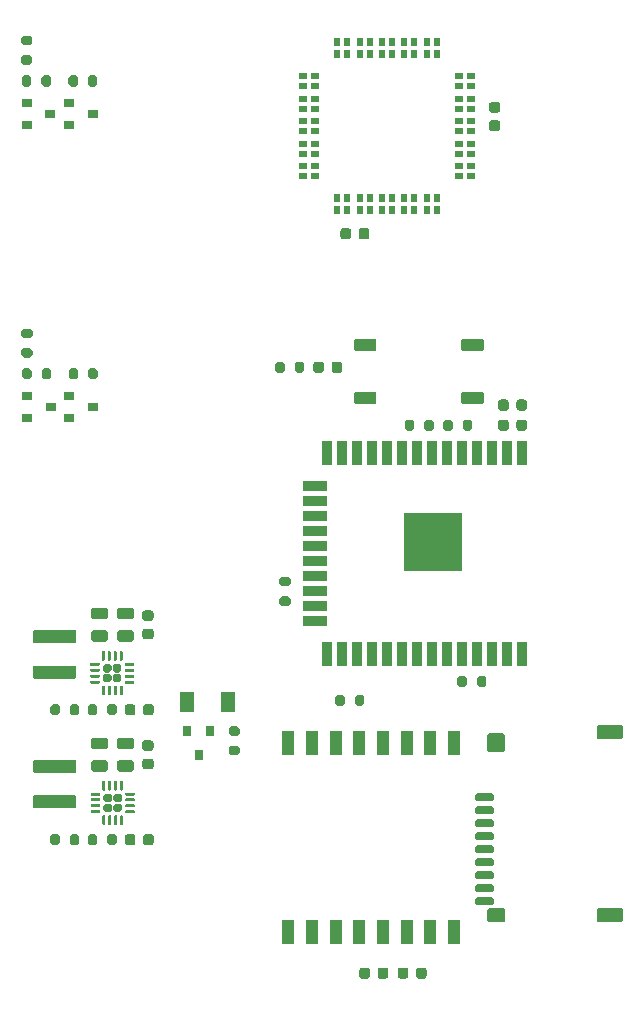
<source format=gbr>
%TF.GenerationSoftware,KiCad,Pcbnew,(5.1.10)-1*%
%TF.CreationDate,2021-05-28T10:13:55+00:00*%
%TF.ProjectId,co2_sensor_node,636f325f-7365-46e7-936f-725f6e6f6465,rev?*%
%TF.SameCoordinates,Original*%
%TF.FileFunction,Paste,Top*%
%TF.FilePolarity,Positive*%
%FSLAX46Y46*%
G04 Gerber Fmt 4.6, Leading zero omitted, Abs format (unit mm)*
G04 Created by KiCad (PCBNEW (5.1.10)-1) date 2021-05-28 10:13:55*
%MOMM*%
%LPD*%
G01*
G04 APERTURE LIST*
%ADD10R,0.900000X2.000000*%
%ADD11R,2.000000X0.900000*%
%ADD12R,5.000000X5.000000*%
%ADD13R,0.580000X0.720000*%
%ADD14R,0.720000X0.580000*%
%ADD15R,1.000000X2.000000*%
%ADD16R,0.800000X0.900000*%
%ADD17R,0.900000X0.800000*%
%ADD18R,1.300000X1.700000*%
G04 APERTURE END LIST*
%TO.C,J6*%
G36*
G01*
X172180000Y-116500000D02*
X170220000Y-116500000D01*
G75*
G02*
X170100000Y-116380000I0J120000D01*
G01*
X170100000Y-115420000D01*
G75*
G02*
X170220000Y-115300000I120000J0D01*
G01*
X172180000Y-115300000D01*
G75*
G02*
X172300000Y-115420000I0J-120000D01*
G01*
X172300000Y-116380000D01*
G75*
G02*
X172180000Y-116500000I-120000J0D01*
G01*
G37*
G36*
G01*
X172180000Y-132000000D02*
X170220000Y-132000000D01*
G75*
G02*
X170100000Y-131880000I0J120000D01*
G01*
X170100000Y-130920000D01*
G75*
G02*
X170220000Y-130800000I120000J0D01*
G01*
X172180000Y-130800000D01*
G75*
G02*
X172300000Y-130920000I0J-120000D01*
G01*
X172300000Y-131880000D01*
G75*
G02*
X172180000Y-132000000I-120000J0D01*
G01*
G37*
G36*
G01*
X162200000Y-117600000D02*
X161000000Y-117600000D01*
G75*
G02*
X160850000Y-117450000I0J150000D01*
G01*
X160850000Y-116150000D01*
G75*
G02*
X161000000Y-116000000I150000J0D01*
G01*
X162200000Y-116000000D01*
G75*
G02*
X162350000Y-116150000I0J-150000D01*
G01*
X162350000Y-117450000D01*
G75*
G02*
X162200000Y-117600000I-150000J0D01*
G01*
G37*
G36*
G01*
X162230000Y-132000000D02*
X160970000Y-132000000D01*
G75*
G02*
X160850000Y-131880000I0J120000D01*
G01*
X160850000Y-130920000D01*
G75*
G02*
X160970000Y-130800000I120000J0D01*
G01*
X162230000Y-130800000D01*
G75*
G02*
X162350000Y-130920000I0J-120000D01*
G01*
X162350000Y-131880000D01*
G75*
G02*
X162230000Y-132000000I-120000J0D01*
G01*
G37*
G36*
G01*
X161225000Y-122850000D02*
X159975000Y-122850000D01*
G75*
G02*
X159800000Y-122675000I0J175000D01*
G01*
X159800000Y-122325000D01*
G75*
G02*
X159975000Y-122150000I175000J0D01*
G01*
X161225000Y-122150000D01*
G75*
G02*
X161400000Y-122325000I0J-175000D01*
G01*
X161400000Y-122675000D01*
G75*
G02*
X161225000Y-122850000I-175000J0D01*
G01*
G37*
G36*
G01*
X161225000Y-130550000D02*
X159975000Y-130550000D01*
G75*
G02*
X159800000Y-130375000I0J175000D01*
G01*
X159800000Y-130025000D01*
G75*
G02*
X159975000Y-129850000I175000J0D01*
G01*
X161225000Y-129850000D01*
G75*
G02*
X161400000Y-130025000I0J-175000D01*
G01*
X161400000Y-130375000D01*
G75*
G02*
X161225000Y-130550000I-175000J0D01*
G01*
G37*
G36*
G01*
X161225000Y-129450000D02*
X159975000Y-129450000D01*
G75*
G02*
X159800000Y-129275000I0J175000D01*
G01*
X159800000Y-128925000D01*
G75*
G02*
X159975000Y-128750000I175000J0D01*
G01*
X161225000Y-128750000D01*
G75*
G02*
X161400000Y-128925000I0J-175000D01*
G01*
X161400000Y-129275000D01*
G75*
G02*
X161225000Y-129450000I-175000J0D01*
G01*
G37*
G36*
G01*
X161225000Y-128350000D02*
X159975000Y-128350000D01*
G75*
G02*
X159800000Y-128175000I0J175000D01*
G01*
X159800000Y-127825000D01*
G75*
G02*
X159975000Y-127650000I175000J0D01*
G01*
X161225000Y-127650000D01*
G75*
G02*
X161400000Y-127825000I0J-175000D01*
G01*
X161400000Y-128175000D01*
G75*
G02*
X161225000Y-128350000I-175000J0D01*
G01*
G37*
G36*
G01*
X161225000Y-127250000D02*
X159975000Y-127250000D01*
G75*
G02*
X159800000Y-127075000I0J175000D01*
G01*
X159800000Y-126725000D01*
G75*
G02*
X159975000Y-126550000I175000J0D01*
G01*
X161225000Y-126550000D01*
G75*
G02*
X161400000Y-126725000I0J-175000D01*
G01*
X161400000Y-127075000D01*
G75*
G02*
X161225000Y-127250000I-175000J0D01*
G01*
G37*
G36*
G01*
X161225000Y-126150000D02*
X159975000Y-126150000D01*
G75*
G02*
X159800000Y-125975000I0J175000D01*
G01*
X159800000Y-125625000D01*
G75*
G02*
X159975000Y-125450000I175000J0D01*
G01*
X161225000Y-125450000D01*
G75*
G02*
X161400000Y-125625000I0J-175000D01*
G01*
X161400000Y-125975000D01*
G75*
G02*
X161225000Y-126150000I-175000J0D01*
G01*
G37*
G36*
G01*
X161225000Y-125050000D02*
X159975000Y-125050000D01*
G75*
G02*
X159800000Y-124875000I0J175000D01*
G01*
X159800000Y-124525000D01*
G75*
G02*
X159975000Y-124350000I175000J0D01*
G01*
X161225000Y-124350000D01*
G75*
G02*
X161400000Y-124525000I0J-175000D01*
G01*
X161400000Y-124875000D01*
G75*
G02*
X161225000Y-125050000I-175000J0D01*
G01*
G37*
G36*
G01*
X161225000Y-123950000D02*
X159975000Y-123950000D01*
G75*
G02*
X159800000Y-123775000I0J175000D01*
G01*
X159800000Y-123425000D01*
G75*
G02*
X159975000Y-123250000I175000J0D01*
G01*
X161225000Y-123250000D01*
G75*
G02*
X161400000Y-123425000I0J-175000D01*
G01*
X161400000Y-123775000D01*
G75*
G02*
X161225000Y-123950000I-175000J0D01*
G01*
G37*
G36*
G01*
X161225000Y-121750000D02*
X159975000Y-121750000D01*
G75*
G02*
X159800000Y-121575000I0J175000D01*
G01*
X159800000Y-121225000D01*
G75*
G02*
X159975000Y-121050000I175000J0D01*
G01*
X161225000Y-121050000D01*
G75*
G02*
X161400000Y-121225000I0J-175000D01*
G01*
X161400000Y-121575000D01*
G75*
G02*
X161225000Y-121750000I-175000J0D01*
G01*
G37*
%TD*%
%TO.C,SW1*%
G36*
G01*
X149550000Y-88000000D02*
X149550000Y-87200000D01*
G75*
G02*
X149650000Y-87100000I100000J0D01*
G01*
X151350000Y-87100000D01*
G75*
G02*
X151450000Y-87200000I0J-100000D01*
G01*
X151450000Y-88000000D01*
G75*
G02*
X151350000Y-88100000I-100000J0D01*
G01*
X149650000Y-88100000D01*
G75*
G02*
X149550000Y-88000000I0J100000D01*
G01*
G37*
G36*
G01*
X158650000Y-88000000D02*
X158650000Y-87200000D01*
G75*
G02*
X158750000Y-87100000I100000J0D01*
G01*
X160450000Y-87100000D01*
G75*
G02*
X160550000Y-87200000I0J-100000D01*
G01*
X160550000Y-88000000D01*
G75*
G02*
X160450000Y-88100000I-100000J0D01*
G01*
X158750000Y-88100000D01*
G75*
G02*
X158650000Y-88000000I0J100000D01*
G01*
G37*
G36*
G01*
X158650000Y-83500000D02*
X158650000Y-82700000D01*
G75*
G02*
X158750000Y-82600000I100000J0D01*
G01*
X160450000Y-82600000D01*
G75*
G02*
X160550000Y-82700000I0J-100000D01*
G01*
X160550000Y-83500000D01*
G75*
G02*
X160450000Y-83600000I-100000J0D01*
G01*
X158750000Y-83600000D01*
G75*
G02*
X158650000Y-83500000I0J100000D01*
G01*
G37*
G36*
G01*
X149550000Y-83500000D02*
X149550000Y-82700000D01*
G75*
G02*
X149650000Y-82600000I100000J0D01*
G01*
X151350000Y-82600000D01*
G75*
G02*
X151450000Y-82700000I0J-100000D01*
G01*
X151450000Y-83500000D01*
G75*
G02*
X151350000Y-83600000I-100000J0D01*
G01*
X149650000Y-83600000D01*
G75*
G02*
X149550000Y-83500000I0J100000D01*
G01*
G37*
%TD*%
D10*
%TO.C,U5*%
X163755000Y-109252000D03*
X162485000Y-109252000D03*
X161215000Y-109252000D03*
X159945000Y-109252000D03*
X158675000Y-109252000D03*
X157405000Y-109252000D03*
X156135000Y-109252000D03*
X154865000Y-109252000D03*
X153595000Y-109252000D03*
X152325000Y-109252000D03*
X151055000Y-109252000D03*
X149785000Y-109252000D03*
X148515000Y-109252000D03*
X147245000Y-109252000D03*
D11*
X146245000Y-106467000D03*
X146245000Y-105197000D03*
X146245000Y-103927000D03*
X146245000Y-102657000D03*
X146245000Y-101387000D03*
X146245000Y-100117000D03*
X146245000Y-98847000D03*
X146245000Y-97577000D03*
X146245000Y-96307000D03*
X146245000Y-95037000D03*
D10*
X147245000Y-92252000D03*
X148515000Y-92252000D03*
X149785000Y-92252000D03*
X151055000Y-92252000D03*
X152325000Y-92252000D03*
X153595000Y-92252000D03*
X154865000Y-92252000D03*
X156135000Y-92252000D03*
X157405000Y-92252000D03*
X158675000Y-92252000D03*
X159945000Y-92252000D03*
X161215000Y-92252000D03*
X162485000Y-92252000D03*
X163755000Y-92252000D03*
D12*
X156255000Y-99752000D03*
%TD*%
%TO.C,U4*%
G36*
G01*
X129175000Y-122482500D02*
X129175000Y-122117500D01*
G75*
G02*
X129357500Y-121935000I182500J0D01*
G01*
X129722500Y-121935000D01*
G75*
G02*
X129905000Y-122117500I0J-182500D01*
G01*
X129905000Y-122482500D01*
G75*
G02*
X129722500Y-122665000I-182500J0D01*
G01*
X129357500Y-122665000D01*
G75*
G02*
X129175000Y-122482500I0J182500D01*
G01*
G37*
G36*
G01*
X129175000Y-121642500D02*
X129175000Y-121277500D01*
G75*
G02*
X129357500Y-121095000I182500J0D01*
G01*
X129722500Y-121095000D01*
G75*
G02*
X129905000Y-121277500I0J-182500D01*
G01*
X129905000Y-121642500D01*
G75*
G02*
X129722500Y-121825000I-182500J0D01*
G01*
X129357500Y-121825000D01*
G75*
G02*
X129175000Y-121642500I0J182500D01*
G01*
G37*
G36*
G01*
X128335000Y-122482500D02*
X128335000Y-122117500D01*
G75*
G02*
X128517500Y-121935000I182500J0D01*
G01*
X128882500Y-121935000D01*
G75*
G02*
X129065000Y-122117500I0J-182500D01*
G01*
X129065000Y-122482500D01*
G75*
G02*
X128882500Y-122665000I-182500J0D01*
G01*
X128517500Y-122665000D01*
G75*
G02*
X128335000Y-122482500I0J182500D01*
G01*
G37*
G36*
G01*
X128335000Y-121642500D02*
X128335000Y-121277500D01*
G75*
G02*
X128517500Y-121095000I182500J0D01*
G01*
X128882500Y-121095000D01*
G75*
G02*
X129065000Y-121277500I0J-182500D01*
G01*
X129065000Y-121642500D01*
G75*
G02*
X128882500Y-121825000I-182500J0D01*
G01*
X128517500Y-121825000D01*
G75*
G02*
X128335000Y-121642500I0J182500D01*
G01*
G37*
G36*
G01*
X128245000Y-120767500D02*
X128245000Y-120067500D01*
G75*
G02*
X128307500Y-120005000I62500J0D01*
G01*
X128432500Y-120005000D01*
G75*
G02*
X128495000Y-120067500I0J-62500D01*
G01*
X128495000Y-120767500D01*
G75*
G02*
X128432500Y-120830000I-62500J0D01*
G01*
X128307500Y-120830000D01*
G75*
G02*
X128245000Y-120767500I0J62500D01*
G01*
G37*
G36*
G01*
X128745000Y-120767500D02*
X128745000Y-120067500D01*
G75*
G02*
X128807500Y-120005000I62500J0D01*
G01*
X128932500Y-120005000D01*
G75*
G02*
X128995000Y-120067500I0J-62500D01*
G01*
X128995000Y-120767500D01*
G75*
G02*
X128932500Y-120830000I-62500J0D01*
G01*
X128807500Y-120830000D01*
G75*
G02*
X128745000Y-120767500I0J62500D01*
G01*
G37*
G36*
G01*
X129245000Y-120767500D02*
X129245000Y-120067500D01*
G75*
G02*
X129307500Y-120005000I62500J0D01*
G01*
X129432500Y-120005000D01*
G75*
G02*
X129495000Y-120067500I0J-62500D01*
G01*
X129495000Y-120767500D01*
G75*
G02*
X129432500Y-120830000I-62500J0D01*
G01*
X129307500Y-120830000D01*
G75*
G02*
X129245000Y-120767500I0J62500D01*
G01*
G37*
G36*
G01*
X129745000Y-120767500D02*
X129745000Y-120067500D01*
G75*
G02*
X129807500Y-120005000I62500J0D01*
G01*
X129932500Y-120005000D01*
G75*
G02*
X129995000Y-120067500I0J-62500D01*
G01*
X129995000Y-120767500D01*
G75*
G02*
X129932500Y-120830000I-62500J0D01*
G01*
X129807500Y-120830000D01*
G75*
G02*
X129745000Y-120767500I0J62500D01*
G01*
G37*
G36*
G01*
X130170000Y-121192500D02*
X130170000Y-121067500D01*
G75*
G02*
X130232500Y-121005000I62500J0D01*
G01*
X130932500Y-121005000D01*
G75*
G02*
X130995000Y-121067500I0J-62500D01*
G01*
X130995000Y-121192500D01*
G75*
G02*
X130932500Y-121255000I-62500J0D01*
G01*
X130232500Y-121255000D01*
G75*
G02*
X130170000Y-121192500I0J62500D01*
G01*
G37*
G36*
G01*
X130170000Y-121692500D02*
X130170000Y-121567500D01*
G75*
G02*
X130232500Y-121505000I62500J0D01*
G01*
X130932500Y-121505000D01*
G75*
G02*
X130995000Y-121567500I0J-62500D01*
G01*
X130995000Y-121692500D01*
G75*
G02*
X130932500Y-121755000I-62500J0D01*
G01*
X130232500Y-121755000D01*
G75*
G02*
X130170000Y-121692500I0J62500D01*
G01*
G37*
G36*
G01*
X130170000Y-122192500D02*
X130170000Y-122067500D01*
G75*
G02*
X130232500Y-122005000I62500J0D01*
G01*
X130932500Y-122005000D01*
G75*
G02*
X130995000Y-122067500I0J-62500D01*
G01*
X130995000Y-122192500D01*
G75*
G02*
X130932500Y-122255000I-62500J0D01*
G01*
X130232500Y-122255000D01*
G75*
G02*
X130170000Y-122192500I0J62500D01*
G01*
G37*
G36*
G01*
X130170000Y-122692500D02*
X130170000Y-122567500D01*
G75*
G02*
X130232500Y-122505000I62500J0D01*
G01*
X130932500Y-122505000D01*
G75*
G02*
X130995000Y-122567500I0J-62500D01*
G01*
X130995000Y-122692500D01*
G75*
G02*
X130932500Y-122755000I-62500J0D01*
G01*
X130232500Y-122755000D01*
G75*
G02*
X130170000Y-122692500I0J62500D01*
G01*
G37*
G36*
G01*
X129745000Y-123692500D02*
X129745000Y-122992500D01*
G75*
G02*
X129807500Y-122930000I62500J0D01*
G01*
X129932500Y-122930000D01*
G75*
G02*
X129995000Y-122992500I0J-62500D01*
G01*
X129995000Y-123692500D01*
G75*
G02*
X129932500Y-123755000I-62500J0D01*
G01*
X129807500Y-123755000D01*
G75*
G02*
X129745000Y-123692500I0J62500D01*
G01*
G37*
G36*
G01*
X129245000Y-123692500D02*
X129245000Y-122992500D01*
G75*
G02*
X129307500Y-122930000I62500J0D01*
G01*
X129432500Y-122930000D01*
G75*
G02*
X129495000Y-122992500I0J-62500D01*
G01*
X129495000Y-123692500D01*
G75*
G02*
X129432500Y-123755000I-62500J0D01*
G01*
X129307500Y-123755000D01*
G75*
G02*
X129245000Y-123692500I0J62500D01*
G01*
G37*
G36*
G01*
X128745000Y-123692500D02*
X128745000Y-122992500D01*
G75*
G02*
X128807500Y-122930000I62500J0D01*
G01*
X128932500Y-122930000D01*
G75*
G02*
X128995000Y-122992500I0J-62500D01*
G01*
X128995000Y-123692500D01*
G75*
G02*
X128932500Y-123755000I-62500J0D01*
G01*
X128807500Y-123755000D01*
G75*
G02*
X128745000Y-123692500I0J62500D01*
G01*
G37*
G36*
G01*
X128245000Y-123692500D02*
X128245000Y-122992500D01*
G75*
G02*
X128307500Y-122930000I62500J0D01*
G01*
X128432500Y-122930000D01*
G75*
G02*
X128495000Y-122992500I0J-62500D01*
G01*
X128495000Y-123692500D01*
G75*
G02*
X128432500Y-123755000I-62500J0D01*
G01*
X128307500Y-123755000D01*
G75*
G02*
X128245000Y-123692500I0J62500D01*
G01*
G37*
G36*
G01*
X127245000Y-122692500D02*
X127245000Y-122567500D01*
G75*
G02*
X127307500Y-122505000I62500J0D01*
G01*
X128007500Y-122505000D01*
G75*
G02*
X128070000Y-122567500I0J-62500D01*
G01*
X128070000Y-122692500D01*
G75*
G02*
X128007500Y-122755000I-62500J0D01*
G01*
X127307500Y-122755000D01*
G75*
G02*
X127245000Y-122692500I0J62500D01*
G01*
G37*
G36*
G01*
X127245000Y-122192500D02*
X127245000Y-122067500D01*
G75*
G02*
X127307500Y-122005000I62500J0D01*
G01*
X128007500Y-122005000D01*
G75*
G02*
X128070000Y-122067500I0J-62500D01*
G01*
X128070000Y-122192500D01*
G75*
G02*
X128007500Y-122255000I-62500J0D01*
G01*
X127307500Y-122255000D01*
G75*
G02*
X127245000Y-122192500I0J62500D01*
G01*
G37*
G36*
G01*
X127245000Y-121692500D02*
X127245000Y-121567500D01*
G75*
G02*
X127307500Y-121505000I62500J0D01*
G01*
X128007500Y-121505000D01*
G75*
G02*
X128070000Y-121567500I0J-62500D01*
G01*
X128070000Y-121692500D01*
G75*
G02*
X128007500Y-121755000I-62500J0D01*
G01*
X127307500Y-121755000D01*
G75*
G02*
X127245000Y-121692500I0J62500D01*
G01*
G37*
G36*
G01*
X127245000Y-121192500D02*
X127245000Y-121067500D01*
G75*
G02*
X127307500Y-121005000I62500J0D01*
G01*
X128007500Y-121005000D01*
G75*
G02*
X128070000Y-121067500I0J-62500D01*
G01*
X128070000Y-121192500D01*
G75*
G02*
X128007500Y-121255000I-62500J0D01*
G01*
X127307500Y-121255000D01*
G75*
G02*
X127245000Y-121192500I0J62500D01*
G01*
G37*
%TD*%
%TO.C,U3*%
G36*
G01*
X129135000Y-111502500D02*
X129135000Y-111137500D01*
G75*
G02*
X129317500Y-110955000I182500J0D01*
G01*
X129682500Y-110955000D01*
G75*
G02*
X129865000Y-111137500I0J-182500D01*
G01*
X129865000Y-111502500D01*
G75*
G02*
X129682500Y-111685000I-182500J0D01*
G01*
X129317500Y-111685000D01*
G75*
G02*
X129135000Y-111502500I0J182500D01*
G01*
G37*
G36*
G01*
X129135000Y-110662500D02*
X129135000Y-110297500D01*
G75*
G02*
X129317500Y-110115000I182500J0D01*
G01*
X129682500Y-110115000D01*
G75*
G02*
X129865000Y-110297500I0J-182500D01*
G01*
X129865000Y-110662500D01*
G75*
G02*
X129682500Y-110845000I-182500J0D01*
G01*
X129317500Y-110845000D01*
G75*
G02*
X129135000Y-110662500I0J182500D01*
G01*
G37*
G36*
G01*
X128295000Y-111502500D02*
X128295000Y-111137500D01*
G75*
G02*
X128477500Y-110955000I182500J0D01*
G01*
X128842500Y-110955000D01*
G75*
G02*
X129025000Y-111137500I0J-182500D01*
G01*
X129025000Y-111502500D01*
G75*
G02*
X128842500Y-111685000I-182500J0D01*
G01*
X128477500Y-111685000D01*
G75*
G02*
X128295000Y-111502500I0J182500D01*
G01*
G37*
G36*
G01*
X128295000Y-110662500D02*
X128295000Y-110297500D01*
G75*
G02*
X128477500Y-110115000I182500J0D01*
G01*
X128842500Y-110115000D01*
G75*
G02*
X129025000Y-110297500I0J-182500D01*
G01*
X129025000Y-110662500D01*
G75*
G02*
X128842500Y-110845000I-182500J0D01*
G01*
X128477500Y-110845000D01*
G75*
G02*
X128295000Y-110662500I0J182500D01*
G01*
G37*
G36*
G01*
X128205000Y-109787500D02*
X128205000Y-109087500D01*
G75*
G02*
X128267500Y-109025000I62500J0D01*
G01*
X128392500Y-109025000D01*
G75*
G02*
X128455000Y-109087500I0J-62500D01*
G01*
X128455000Y-109787500D01*
G75*
G02*
X128392500Y-109850000I-62500J0D01*
G01*
X128267500Y-109850000D01*
G75*
G02*
X128205000Y-109787500I0J62500D01*
G01*
G37*
G36*
G01*
X128705000Y-109787500D02*
X128705000Y-109087500D01*
G75*
G02*
X128767500Y-109025000I62500J0D01*
G01*
X128892500Y-109025000D01*
G75*
G02*
X128955000Y-109087500I0J-62500D01*
G01*
X128955000Y-109787500D01*
G75*
G02*
X128892500Y-109850000I-62500J0D01*
G01*
X128767500Y-109850000D01*
G75*
G02*
X128705000Y-109787500I0J62500D01*
G01*
G37*
G36*
G01*
X129205000Y-109787500D02*
X129205000Y-109087500D01*
G75*
G02*
X129267500Y-109025000I62500J0D01*
G01*
X129392500Y-109025000D01*
G75*
G02*
X129455000Y-109087500I0J-62500D01*
G01*
X129455000Y-109787500D01*
G75*
G02*
X129392500Y-109850000I-62500J0D01*
G01*
X129267500Y-109850000D01*
G75*
G02*
X129205000Y-109787500I0J62500D01*
G01*
G37*
G36*
G01*
X129705000Y-109787500D02*
X129705000Y-109087500D01*
G75*
G02*
X129767500Y-109025000I62500J0D01*
G01*
X129892500Y-109025000D01*
G75*
G02*
X129955000Y-109087500I0J-62500D01*
G01*
X129955000Y-109787500D01*
G75*
G02*
X129892500Y-109850000I-62500J0D01*
G01*
X129767500Y-109850000D01*
G75*
G02*
X129705000Y-109787500I0J62500D01*
G01*
G37*
G36*
G01*
X130130000Y-110212500D02*
X130130000Y-110087500D01*
G75*
G02*
X130192500Y-110025000I62500J0D01*
G01*
X130892500Y-110025000D01*
G75*
G02*
X130955000Y-110087500I0J-62500D01*
G01*
X130955000Y-110212500D01*
G75*
G02*
X130892500Y-110275000I-62500J0D01*
G01*
X130192500Y-110275000D01*
G75*
G02*
X130130000Y-110212500I0J62500D01*
G01*
G37*
G36*
G01*
X130130000Y-110712500D02*
X130130000Y-110587500D01*
G75*
G02*
X130192500Y-110525000I62500J0D01*
G01*
X130892500Y-110525000D01*
G75*
G02*
X130955000Y-110587500I0J-62500D01*
G01*
X130955000Y-110712500D01*
G75*
G02*
X130892500Y-110775000I-62500J0D01*
G01*
X130192500Y-110775000D01*
G75*
G02*
X130130000Y-110712500I0J62500D01*
G01*
G37*
G36*
G01*
X130130000Y-111212500D02*
X130130000Y-111087500D01*
G75*
G02*
X130192500Y-111025000I62500J0D01*
G01*
X130892500Y-111025000D01*
G75*
G02*
X130955000Y-111087500I0J-62500D01*
G01*
X130955000Y-111212500D01*
G75*
G02*
X130892500Y-111275000I-62500J0D01*
G01*
X130192500Y-111275000D01*
G75*
G02*
X130130000Y-111212500I0J62500D01*
G01*
G37*
G36*
G01*
X130130000Y-111712500D02*
X130130000Y-111587500D01*
G75*
G02*
X130192500Y-111525000I62500J0D01*
G01*
X130892500Y-111525000D01*
G75*
G02*
X130955000Y-111587500I0J-62500D01*
G01*
X130955000Y-111712500D01*
G75*
G02*
X130892500Y-111775000I-62500J0D01*
G01*
X130192500Y-111775000D01*
G75*
G02*
X130130000Y-111712500I0J62500D01*
G01*
G37*
G36*
G01*
X129705000Y-112712500D02*
X129705000Y-112012500D01*
G75*
G02*
X129767500Y-111950000I62500J0D01*
G01*
X129892500Y-111950000D01*
G75*
G02*
X129955000Y-112012500I0J-62500D01*
G01*
X129955000Y-112712500D01*
G75*
G02*
X129892500Y-112775000I-62500J0D01*
G01*
X129767500Y-112775000D01*
G75*
G02*
X129705000Y-112712500I0J62500D01*
G01*
G37*
G36*
G01*
X129205000Y-112712500D02*
X129205000Y-112012500D01*
G75*
G02*
X129267500Y-111950000I62500J0D01*
G01*
X129392500Y-111950000D01*
G75*
G02*
X129455000Y-112012500I0J-62500D01*
G01*
X129455000Y-112712500D01*
G75*
G02*
X129392500Y-112775000I-62500J0D01*
G01*
X129267500Y-112775000D01*
G75*
G02*
X129205000Y-112712500I0J62500D01*
G01*
G37*
G36*
G01*
X128705000Y-112712500D02*
X128705000Y-112012500D01*
G75*
G02*
X128767500Y-111950000I62500J0D01*
G01*
X128892500Y-111950000D01*
G75*
G02*
X128955000Y-112012500I0J-62500D01*
G01*
X128955000Y-112712500D01*
G75*
G02*
X128892500Y-112775000I-62500J0D01*
G01*
X128767500Y-112775000D01*
G75*
G02*
X128705000Y-112712500I0J62500D01*
G01*
G37*
G36*
G01*
X128205000Y-112712500D02*
X128205000Y-112012500D01*
G75*
G02*
X128267500Y-111950000I62500J0D01*
G01*
X128392500Y-111950000D01*
G75*
G02*
X128455000Y-112012500I0J-62500D01*
G01*
X128455000Y-112712500D01*
G75*
G02*
X128392500Y-112775000I-62500J0D01*
G01*
X128267500Y-112775000D01*
G75*
G02*
X128205000Y-112712500I0J62500D01*
G01*
G37*
G36*
G01*
X127205000Y-111712500D02*
X127205000Y-111587500D01*
G75*
G02*
X127267500Y-111525000I62500J0D01*
G01*
X127967500Y-111525000D01*
G75*
G02*
X128030000Y-111587500I0J-62500D01*
G01*
X128030000Y-111712500D01*
G75*
G02*
X127967500Y-111775000I-62500J0D01*
G01*
X127267500Y-111775000D01*
G75*
G02*
X127205000Y-111712500I0J62500D01*
G01*
G37*
G36*
G01*
X127205000Y-111212500D02*
X127205000Y-111087500D01*
G75*
G02*
X127267500Y-111025000I62500J0D01*
G01*
X127967500Y-111025000D01*
G75*
G02*
X128030000Y-111087500I0J-62500D01*
G01*
X128030000Y-111212500D01*
G75*
G02*
X127967500Y-111275000I-62500J0D01*
G01*
X127267500Y-111275000D01*
G75*
G02*
X127205000Y-111212500I0J62500D01*
G01*
G37*
G36*
G01*
X127205000Y-110712500D02*
X127205000Y-110587500D01*
G75*
G02*
X127267500Y-110525000I62500J0D01*
G01*
X127967500Y-110525000D01*
G75*
G02*
X128030000Y-110587500I0J-62500D01*
G01*
X128030000Y-110712500D01*
G75*
G02*
X127967500Y-110775000I-62500J0D01*
G01*
X127267500Y-110775000D01*
G75*
G02*
X127205000Y-110712500I0J62500D01*
G01*
G37*
G36*
G01*
X127205000Y-110212500D02*
X127205000Y-110087500D01*
G75*
G02*
X127267500Y-110025000I62500J0D01*
G01*
X127967500Y-110025000D01*
G75*
G02*
X128030000Y-110087500I0J-62500D01*
G01*
X128030000Y-110212500D01*
G75*
G02*
X127967500Y-110275000I-62500J0D01*
G01*
X127267500Y-110275000D01*
G75*
G02*
X127205000Y-110212500I0J62500D01*
G01*
G37*
%TD*%
D13*
%TO.C,U2*%
X156569000Y-58498000D03*
X155719000Y-58498000D03*
X156569000Y-57498000D03*
X155719000Y-57498000D03*
X154669000Y-58498000D03*
X153819000Y-58498000D03*
X154669000Y-57498000D03*
X153819000Y-57498000D03*
X152769000Y-58498000D03*
X151919000Y-58498000D03*
X152769000Y-57498000D03*
X151919000Y-57498000D03*
X150019000Y-58498000D03*
X150869000Y-58498000D03*
X150019000Y-57498000D03*
X150869000Y-57498000D03*
X148969000Y-58498000D03*
X148119000Y-58498000D03*
X148969000Y-57498000D03*
X148119000Y-57498000D03*
X156569000Y-70698000D03*
X153819000Y-70698000D03*
X156569000Y-71698000D03*
X153819000Y-71698000D03*
X154669000Y-70698000D03*
X155719000Y-70698000D03*
X154669000Y-71698000D03*
X155719000Y-71698000D03*
X152769000Y-70698000D03*
X151919000Y-70698000D03*
X152769000Y-71698000D03*
X151919000Y-71698000D03*
X150869000Y-70698000D03*
X150019000Y-70698000D03*
X150869000Y-71698000D03*
X150019000Y-71698000D03*
X148969000Y-70698000D03*
X148119000Y-70698000D03*
X148969000Y-71698000D03*
X148119000Y-71698000D03*
D14*
X159444000Y-68823000D03*
X159444000Y-67973000D03*
X158444000Y-68823000D03*
X158444000Y-67973000D03*
X159444000Y-66923000D03*
X158444000Y-66923000D03*
X159444000Y-66073000D03*
X158444000Y-66073000D03*
X159444000Y-65023000D03*
X158444000Y-65023000D03*
X159444000Y-64173000D03*
X158444000Y-64173000D03*
X159444000Y-63123000D03*
X158444000Y-63123000D03*
X159444000Y-62273000D03*
X158444000Y-62273000D03*
X159444000Y-61223000D03*
X158444000Y-61223000D03*
X159444000Y-60373000D03*
X158444000Y-60373000D03*
X146244000Y-68823000D03*
X145244000Y-68823000D03*
X146244000Y-67973000D03*
X145244000Y-67973000D03*
X146244000Y-66923000D03*
X145244000Y-66923000D03*
X146244000Y-66073000D03*
X145244000Y-66073000D03*
X146244000Y-65023000D03*
X145244000Y-65023000D03*
X146244000Y-64173000D03*
X145244000Y-64173000D03*
X146244000Y-63123000D03*
X145244000Y-63123000D03*
X146244000Y-62273000D03*
X145244000Y-62273000D03*
X146244000Y-61223000D03*
X145244000Y-61223000D03*
X146244000Y-60373000D03*
X145244000Y-60373000D03*
%TD*%
D15*
%TO.C,U1*%
X158000000Y-116800000D03*
X156000000Y-116800000D03*
X154000000Y-116800000D03*
X152000000Y-116800000D03*
X150000000Y-116800000D03*
X148000000Y-116800000D03*
X146000000Y-116800000D03*
X144000000Y-116800000D03*
X144000000Y-132800000D03*
X146000000Y-132800000D03*
X148000000Y-132800000D03*
X150000000Y-132800000D03*
X152000000Y-132800000D03*
X154000000Y-132800000D03*
X156000000Y-132800000D03*
X158000000Y-132800000D03*
%TD*%
%TO.C,R19*%
G36*
G01*
X149625000Y-113475000D02*
X149625000Y-112925000D01*
G75*
G02*
X149825000Y-112725000I200000J0D01*
G01*
X150225000Y-112725000D01*
G75*
G02*
X150425000Y-112925000I0J-200000D01*
G01*
X150425000Y-113475000D01*
G75*
G02*
X150225000Y-113675000I-200000J0D01*
G01*
X149825000Y-113675000D01*
G75*
G02*
X149625000Y-113475000I0J200000D01*
G01*
G37*
G36*
G01*
X147975000Y-113475000D02*
X147975000Y-112925000D01*
G75*
G02*
X148175000Y-112725000I200000J0D01*
G01*
X148575000Y-112725000D01*
G75*
G02*
X148775000Y-112925000I0J-200000D01*
G01*
X148775000Y-113475000D01*
G75*
G02*
X148575000Y-113675000I-200000J0D01*
G01*
X148175000Y-113675000D01*
G75*
G02*
X147975000Y-113475000I0J200000D01*
G01*
G37*
%TD*%
%TO.C,R18*%
G36*
G01*
X157900000Y-89625000D02*
X157900000Y-90175000D01*
G75*
G02*
X157700000Y-90375000I-200000J0D01*
G01*
X157300000Y-90375000D01*
G75*
G02*
X157100000Y-90175000I0J200000D01*
G01*
X157100000Y-89625000D01*
G75*
G02*
X157300000Y-89425000I200000J0D01*
G01*
X157700000Y-89425000D01*
G75*
G02*
X157900000Y-89625000I0J-200000D01*
G01*
G37*
G36*
G01*
X159550000Y-89625000D02*
X159550000Y-90175000D01*
G75*
G02*
X159350000Y-90375000I-200000J0D01*
G01*
X158950000Y-90375000D01*
G75*
G02*
X158750000Y-90175000I0J200000D01*
G01*
X158750000Y-89625000D01*
G75*
G02*
X158950000Y-89425000I200000J0D01*
G01*
X159350000Y-89425000D01*
G75*
G02*
X159550000Y-89625000I0J-200000D01*
G01*
G37*
%TD*%
%TO.C,R17*%
G36*
G01*
X159950000Y-111875000D02*
X159950000Y-111325000D01*
G75*
G02*
X160150000Y-111125000I200000J0D01*
G01*
X160550000Y-111125000D01*
G75*
G02*
X160750000Y-111325000I0J-200000D01*
G01*
X160750000Y-111875000D01*
G75*
G02*
X160550000Y-112075000I-200000J0D01*
G01*
X160150000Y-112075000D01*
G75*
G02*
X159950000Y-111875000I0J200000D01*
G01*
G37*
G36*
G01*
X158300000Y-111875000D02*
X158300000Y-111325000D01*
G75*
G02*
X158500000Y-111125000I200000J0D01*
G01*
X158900000Y-111125000D01*
G75*
G02*
X159100000Y-111325000I0J-200000D01*
G01*
X159100000Y-111875000D01*
G75*
G02*
X158900000Y-112075000I-200000J0D01*
G01*
X158500000Y-112075000D01*
G75*
G02*
X158300000Y-111875000I0J200000D01*
G01*
G37*
%TD*%
%TO.C,R16*%
G36*
G01*
X155500000Y-90175000D02*
X155500000Y-89625000D01*
G75*
G02*
X155700000Y-89425000I200000J0D01*
G01*
X156100000Y-89425000D01*
G75*
G02*
X156300000Y-89625000I0J-200000D01*
G01*
X156300000Y-90175000D01*
G75*
G02*
X156100000Y-90375000I-200000J0D01*
G01*
X155700000Y-90375000D01*
G75*
G02*
X155500000Y-90175000I0J200000D01*
G01*
G37*
G36*
G01*
X153850000Y-90175000D02*
X153850000Y-89625000D01*
G75*
G02*
X154050000Y-89425000I200000J0D01*
G01*
X154450000Y-89425000D01*
G75*
G02*
X154650000Y-89625000I0J-200000D01*
G01*
X154650000Y-90175000D01*
G75*
G02*
X154450000Y-90375000I-200000J0D01*
G01*
X154050000Y-90375000D01*
G75*
G02*
X153850000Y-90175000I0J200000D01*
G01*
G37*
%TD*%
%TO.C,R15*%
G36*
G01*
X144525000Y-85275000D02*
X144525000Y-84725000D01*
G75*
G02*
X144725000Y-84525000I200000J0D01*
G01*
X145125000Y-84525000D01*
G75*
G02*
X145325000Y-84725000I0J-200000D01*
G01*
X145325000Y-85275000D01*
G75*
G02*
X145125000Y-85475000I-200000J0D01*
G01*
X144725000Y-85475000D01*
G75*
G02*
X144525000Y-85275000I0J200000D01*
G01*
G37*
G36*
G01*
X142875000Y-85275000D02*
X142875000Y-84725000D01*
G75*
G02*
X143075000Y-84525000I200000J0D01*
G01*
X143475000Y-84525000D01*
G75*
G02*
X143675000Y-84725000I0J-200000D01*
G01*
X143675000Y-85275000D01*
G75*
G02*
X143475000Y-85475000I-200000J0D01*
G01*
X143075000Y-85475000D01*
G75*
G02*
X142875000Y-85275000I0J200000D01*
G01*
G37*
%TD*%
%TO.C,R14*%
G36*
G01*
X143425000Y-104400000D02*
X143975000Y-104400000D01*
G75*
G02*
X144175000Y-104600000I0J-200000D01*
G01*
X144175000Y-105000000D01*
G75*
G02*
X143975000Y-105200000I-200000J0D01*
G01*
X143425000Y-105200000D01*
G75*
G02*
X143225000Y-105000000I0J200000D01*
G01*
X143225000Y-104600000D01*
G75*
G02*
X143425000Y-104400000I200000J0D01*
G01*
G37*
G36*
G01*
X143425000Y-102750000D02*
X143975000Y-102750000D01*
G75*
G02*
X144175000Y-102950000I0J-200000D01*
G01*
X144175000Y-103350000D01*
G75*
G02*
X143975000Y-103550000I-200000J0D01*
G01*
X143425000Y-103550000D01*
G75*
G02*
X143225000Y-103350000I0J200000D01*
G01*
X143225000Y-102950000D01*
G75*
G02*
X143425000Y-102750000I200000J0D01*
G01*
G37*
%TD*%
%TO.C,R13*%
G36*
G01*
X124650000Y-124725000D02*
X124650000Y-125275000D01*
G75*
G02*
X124450000Y-125475000I-200000J0D01*
G01*
X124050000Y-125475000D01*
G75*
G02*
X123850000Y-125275000I0J200000D01*
G01*
X123850000Y-124725000D01*
G75*
G02*
X124050000Y-124525000I200000J0D01*
G01*
X124450000Y-124525000D01*
G75*
G02*
X124650000Y-124725000I0J-200000D01*
G01*
G37*
G36*
G01*
X126300000Y-124725000D02*
X126300000Y-125275000D01*
G75*
G02*
X126100000Y-125475000I-200000J0D01*
G01*
X125700000Y-125475000D01*
G75*
G02*
X125500000Y-125275000I0J200000D01*
G01*
X125500000Y-124725000D01*
G75*
G02*
X125700000Y-124525000I200000J0D01*
G01*
X126100000Y-124525000D01*
G75*
G02*
X126300000Y-124725000I0J-200000D01*
G01*
G37*
%TD*%
%TO.C,R12*%
G36*
G01*
X127800000Y-124725000D02*
X127800000Y-125275000D01*
G75*
G02*
X127600000Y-125475000I-200000J0D01*
G01*
X127200000Y-125475000D01*
G75*
G02*
X127000000Y-125275000I0J200000D01*
G01*
X127000000Y-124725000D01*
G75*
G02*
X127200000Y-124525000I200000J0D01*
G01*
X127600000Y-124525000D01*
G75*
G02*
X127800000Y-124725000I0J-200000D01*
G01*
G37*
G36*
G01*
X129450000Y-124725000D02*
X129450000Y-125275000D01*
G75*
G02*
X129250000Y-125475000I-200000J0D01*
G01*
X128850000Y-125475000D01*
G75*
G02*
X128650000Y-125275000I0J200000D01*
G01*
X128650000Y-124725000D01*
G75*
G02*
X128850000Y-124525000I200000J0D01*
G01*
X129250000Y-124525000D01*
G75*
G02*
X129450000Y-124725000I0J-200000D01*
G01*
G37*
%TD*%
%TO.C,R11*%
G36*
G01*
X124650000Y-113725000D02*
X124650000Y-114275000D01*
G75*
G02*
X124450000Y-114475000I-200000J0D01*
G01*
X124050000Y-114475000D01*
G75*
G02*
X123850000Y-114275000I0J200000D01*
G01*
X123850000Y-113725000D01*
G75*
G02*
X124050000Y-113525000I200000J0D01*
G01*
X124450000Y-113525000D01*
G75*
G02*
X124650000Y-113725000I0J-200000D01*
G01*
G37*
G36*
G01*
X126300000Y-113725000D02*
X126300000Y-114275000D01*
G75*
G02*
X126100000Y-114475000I-200000J0D01*
G01*
X125700000Y-114475000D01*
G75*
G02*
X125500000Y-114275000I0J200000D01*
G01*
X125500000Y-113725000D01*
G75*
G02*
X125700000Y-113525000I200000J0D01*
G01*
X126100000Y-113525000D01*
G75*
G02*
X126300000Y-113725000I0J-200000D01*
G01*
G37*
%TD*%
%TO.C,R10*%
G36*
G01*
X127800000Y-113725000D02*
X127800000Y-114275000D01*
G75*
G02*
X127600000Y-114475000I-200000J0D01*
G01*
X127200000Y-114475000D01*
G75*
G02*
X127000000Y-114275000I0J200000D01*
G01*
X127000000Y-113725000D01*
G75*
G02*
X127200000Y-113525000I200000J0D01*
G01*
X127600000Y-113525000D01*
G75*
G02*
X127800000Y-113725000I0J-200000D01*
G01*
G37*
G36*
G01*
X129450000Y-113725000D02*
X129450000Y-114275000D01*
G75*
G02*
X129250000Y-114475000I-200000J0D01*
G01*
X128850000Y-114475000D01*
G75*
G02*
X128650000Y-114275000I0J200000D01*
G01*
X128650000Y-113725000D01*
G75*
G02*
X128850000Y-113525000I200000J0D01*
G01*
X129250000Y-113525000D01*
G75*
G02*
X129450000Y-113725000I0J-200000D01*
G01*
G37*
%TD*%
%TO.C,R7*%
G36*
G01*
X139125000Y-117050000D02*
X139675000Y-117050000D01*
G75*
G02*
X139875000Y-117250000I0J-200000D01*
G01*
X139875000Y-117650000D01*
G75*
G02*
X139675000Y-117850000I-200000J0D01*
G01*
X139125000Y-117850000D01*
G75*
G02*
X138925000Y-117650000I0J200000D01*
G01*
X138925000Y-117250000D01*
G75*
G02*
X139125000Y-117050000I200000J0D01*
G01*
G37*
G36*
G01*
X139125000Y-115400000D02*
X139675000Y-115400000D01*
G75*
G02*
X139875000Y-115600000I0J-200000D01*
G01*
X139875000Y-116000000D01*
G75*
G02*
X139675000Y-116200000I-200000J0D01*
G01*
X139125000Y-116200000D01*
G75*
G02*
X138925000Y-116000000I0J200000D01*
G01*
X138925000Y-115600000D01*
G75*
G02*
X139125000Y-115400000I200000J0D01*
G01*
G37*
%TD*%
%TO.C,R6*%
G36*
G01*
X126194000Y-85281000D02*
X126194000Y-85831000D01*
G75*
G02*
X125994000Y-86031000I-200000J0D01*
G01*
X125594000Y-86031000D01*
G75*
G02*
X125394000Y-85831000I0J200000D01*
G01*
X125394000Y-85281000D01*
G75*
G02*
X125594000Y-85081000I200000J0D01*
G01*
X125994000Y-85081000D01*
G75*
G02*
X126194000Y-85281000I0J-200000D01*
G01*
G37*
G36*
G01*
X127844000Y-85281000D02*
X127844000Y-85831000D01*
G75*
G02*
X127644000Y-86031000I-200000J0D01*
G01*
X127244000Y-86031000D01*
G75*
G02*
X127044000Y-85831000I0J200000D01*
G01*
X127044000Y-85281000D01*
G75*
G02*
X127244000Y-85081000I200000J0D01*
G01*
X127644000Y-85081000D01*
G75*
G02*
X127844000Y-85281000I0J-200000D01*
G01*
G37*
%TD*%
%TO.C,R5*%
G36*
G01*
X123106000Y-85831000D02*
X123106000Y-85281000D01*
G75*
G02*
X123306000Y-85081000I200000J0D01*
G01*
X123706000Y-85081000D01*
G75*
G02*
X123906000Y-85281000I0J-200000D01*
G01*
X123906000Y-85831000D01*
G75*
G02*
X123706000Y-86031000I-200000J0D01*
G01*
X123306000Y-86031000D01*
G75*
G02*
X123106000Y-85831000I0J200000D01*
G01*
G37*
G36*
G01*
X121456000Y-85831000D02*
X121456000Y-85281000D01*
G75*
G02*
X121656000Y-85081000I200000J0D01*
G01*
X122056000Y-85081000D01*
G75*
G02*
X122256000Y-85281000I0J-200000D01*
G01*
X122256000Y-85831000D01*
G75*
G02*
X122056000Y-86031000I-200000J0D01*
G01*
X121656000Y-86031000D01*
G75*
G02*
X121456000Y-85831000I0J200000D01*
G01*
G37*
%TD*%
%TO.C,R4*%
G36*
G01*
X121581000Y-83378000D02*
X122131000Y-83378000D01*
G75*
G02*
X122331000Y-83578000I0J-200000D01*
G01*
X122331000Y-83978000D01*
G75*
G02*
X122131000Y-84178000I-200000J0D01*
G01*
X121581000Y-84178000D01*
G75*
G02*
X121381000Y-83978000I0J200000D01*
G01*
X121381000Y-83578000D01*
G75*
G02*
X121581000Y-83378000I200000J0D01*
G01*
G37*
G36*
G01*
X121581000Y-81728000D02*
X122131000Y-81728000D01*
G75*
G02*
X122331000Y-81928000I0J-200000D01*
G01*
X122331000Y-82328000D01*
G75*
G02*
X122131000Y-82528000I-200000J0D01*
G01*
X121581000Y-82528000D01*
G75*
G02*
X121381000Y-82328000I0J200000D01*
G01*
X121381000Y-81928000D01*
G75*
G02*
X121581000Y-81728000I200000J0D01*
G01*
G37*
%TD*%
%TO.C,R3*%
G36*
G01*
X126178000Y-60481000D02*
X126178000Y-61031000D01*
G75*
G02*
X125978000Y-61231000I-200000J0D01*
G01*
X125578000Y-61231000D01*
G75*
G02*
X125378000Y-61031000I0J200000D01*
G01*
X125378000Y-60481000D01*
G75*
G02*
X125578000Y-60281000I200000J0D01*
G01*
X125978000Y-60281000D01*
G75*
G02*
X126178000Y-60481000I0J-200000D01*
G01*
G37*
G36*
G01*
X127828000Y-60481000D02*
X127828000Y-61031000D01*
G75*
G02*
X127628000Y-61231000I-200000J0D01*
G01*
X127228000Y-61231000D01*
G75*
G02*
X127028000Y-61031000I0J200000D01*
G01*
X127028000Y-60481000D01*
G75*
G02*
X127228000Y-60281000I200000J0D01*
G01*
X127628000Y-60281000D01*
G75*
G02*
X127828000Y-60481000I0J-200000D01*
G01*
G37*
%TD*%
%TO.C,R2*%
G36*
G01*
X123090000Y-61031000D02*
X123090000Y-60481000D01*
G75*
G02*
X123290000Y-60281000I200000J0D01*
G01*
X123690000Y-60281000D01*
G75*
G02*
X123890000Y-60481000I0J-200000D01*
G01*
X123890000Y-61031000D01*
G75*
G02*
X123690000Y-61231000I-200000J0D01*
G01*
X123290000Y-61231000D01*
G75*
G02*
X123090000Y-61031000I0J200000D01*
G01*
G37*
G36*
G01*
X121440000Y-61031000D02*
X121440000Y-60481000D01*
G75*
G02*
X121640000Y-60281000I200000J0D01*
G01*
X122040000Y-60281000D01*
G75*
G02*
X122240000Y-60481000I0J-200000D01*
G01*
X122240000Y-61031000D01*
G75*
G02*
X122040000Y-61231000I-200000J0D01*
G01*
X121640000Y-61231000D01*
G75*
G02*
X121440000Y-61031000I0J200000D01*
G01*
G37*
%TD*%
%TO.C,R1*%
G36*
G01*
X121565000Y-58578000D02*
X122115000Y-58578000D01*
G75*
G02*
X122315000Y-58778000I0J-200000D01*
G01*
X122315000Y-59178000D01*
G75*
G02*
X122115000Y-59378000I-200000J0D01*
G01*
X121565000Y-59378000D01*
G75*
G02*
X121365000Y-59178000I0J200000D01*
G01*
X121365000Y-58778000D01*
G75*
G02*
X121565000Y-58578000I200000J0D01*
G01*
G37*
G36*
G01*
X121565000Y-56928000D02*
X122115000Y-56928000D01*
G75*
G02*
X122315000Y-57128000I0J-200000D01*
G01*
X122315000Y-57528000D01*
G75*
G02*
X122115000Y-57728000I-200000J0D01*
G01*
X121565000Y-57728000D01*
G75*
G02*
X121365000Y-57528000I0J200000D01*
G01*
X121365000Y-57128000D01*
G75*
G02*
X121565000Y-56928000I200000J0D01*
G01*
G37*
%TD*%
D16*
%TO.C,Q5*%
X136400000Y-117800000D03*
X135450000Y-115800000D03*
X137350000Y-115800000D03*
%TD*%
D17*
%TO.C,Q4*%
X127428000Y-88350000D03*
X125428000Y-89300000D03*
X125428000Y-87400000D03*
%TD*%
%TO.C,Q3*%
X123856000Y-88350000D03*
X121856000Y-89300000D03*
X121856000Y-87400000D03*
%TD*%
%TO.C,Q2*%
X127428000Y-63550000D03*
X125428000Y-64500000D03*
X125428000Y-62600000D03*
%TD*%
%TO.C,Q1*%
X123840000Y-63550000D03*
X121840000Y-64500000D03*
X121840000Y-62600000D03*
%TD*%
%TO.C,L2*%
G36*
G01*
X125940000Y-119350000D02*
X122460000Y-119350000D01*
G75*
G02*
X122350000Y-119240000I0J110000D01*
G01*
X122350000Y-118360000D01*
G75*
G02*
X122460000Y-118250000I110000J0D01*
G01*
X125940000Y-118250000D01*
G75*
G02*
X126050000Y-118360000I0J-110000D01*
G01*
X126050000Y-119240000D01*
G75*
G02*
X125940000Y-119350000I-110000J0D01*
G01*
G37*
G36*
G01*
X125940000Y-122350000D02*
X122460000Y-122350000D01*
G75*
G02*
X122350000Y-122240000I0J110000D01*
G01*
X122350000Y-121360000D01*
G75*
G02*
X122460000Y-121250000I110000J0D01*
G01*
X125940000Y-121250000D01*
G75*
G02*
X126050000Y-121360000I0J-110000D01*
G01*
X126050000Y-122240000D01*
G75*
G02*
X125940000Y-122350000I-110000J0D01*
G01*
G37*
%TD*%
%TO.C,L1*%
G36*
G01*
X125940000Y-108350000D02*
X122460000Y-108350000D01*
G75*
G02*
X122350000Y-108240000I0J110000D01*
G01*
X122350000Y-107360000D01*
G75*
G02*
X122460000Y-107250000I110000J0D01*
G01*
X125940000Y-107250000D01*
G75*
G02*
X126050000Y-107360000I0J-110000D01*
G01*
X126050000Y-108240000D01*
G75*
G02*
X125940000Y-108350000I-110000J0D01*
G01*
G37*
G36*
G01*
X125940000Y-111350000D02*
X122460000Y-111350000D01*
G75*
G02*
X122350000Y-111240000I0J110000D01*
G01*
X122350000Y-110360000D01*
G75*
G02*
X122460000Y-110250000I110000J0D01*
G01*
X125940000Y-110250000D01*
G75*
G02*
X126050000Y-110360000I0J-110000D01*
G01*
X126050000Y-111240000D01*
G75*
G02*
X125940000Y-111350000I-110000J0D01*
G01*
G37*
%TD*%
D18*
%TO.C,D1*%
X138900000Y-113300000D03*
X135400000Y-113300000D03*
%TD*%
%TO.C,C21*%
G36*
G01*
X163300000Y-88450000D02*
X163300000Y-87950000D01*
G75*
G02*
X163525000Y-87725000I225000J0D01*
G01*
X163975000Y-87725000D01*
G75*
G02*
X164200000Y-87950000I0J-225000D01*
G01*
X164200000Y-88450000D01*
G75*
G02*
X163975000Y-88675000I-225000J0D01*
G01*
X163525000Y-88675000D01*
G75*
G02*
X163300000Y-88450000I0J225000D01*
G01*
G37*
G36*
G01*
X161750000Y-88450000D02*
X161750000Y-87950000D01*
G75*
G02*
X161975000Y-87725000I225000J0D01*
G01*
X162425000Y-87725000D01*
G75*
G02*
X162650000Y-87950000I0J-225000D01*
G01*
X162650000Y-88450000D01*
G75*
G02*
X162425000Y-88675000I-225000J0D01*
G01*
X161975000Y-88675000D01*
G75*
G02*
X161750000Y-88450000I0J225000D01*
G01*
G37*
%TD*%
%TO.C,C20*%
G36*
G01*
X163300000Y-90150000D02*
X163300000Y-89650000D01*
G75*
G02*
X163525000Y-89425000I225000J0D01*
G01*
X163975000Y-89425000D01*
G75*
G02*
X164200000Y-89650000I0J-225000D01*
G01*
X164200000Y-90150000D01*
G75*
G02*
X163975000Y-90375000I-225000J0D01*
G01*
X163525000Y-90375000D01*
G75*
G02*
X163300000Y-90150000I0J225000D01*
G01*
G37*
G36*
G01*
X161750000Y-90150000D02*
X161750000Y-89650000D01*
G75*
G02*
X161975000Y-89425000I225000J0D01*
G01*
X162425000Y-89425000D01*
G75*
G02*
X162650000Y-89650000I0J-225000D01*
G01*
X162650000Y-90150000D01*
G75*
G02*
X162425000Y-90375000I-225000J0D01*
G01*
X161975000Y-90375000D01*
G75*
G02*
X161750000Y-90150000I0J225000D01*
G01*
G37*
%TD*%
%TO.C,C19*%
G36*
G01*
X147650000Y-85250000D02*
X147650000Y-84750000D01*
G75*
G02*
X147875000Y-84525000I225000J0D01*
G01*
X148325000Y-84525000D01*
G75*
G02*
X148550000Y-84750000I0J-225000D01*
G01*
X148550000Y-85250000D01*
G75*
G02*
X148325000Y-85475000I-225000J0D01*
G01*
X147875000Y-85475000D01*
G75*
G02*
X147650000Y-85250000I0J225000D01*
G01*
G37*
G36*
G01*
X146100000Y-85250000D02*
X146100000Y-84750000D01*
G75*
G02*
X146325000Y-84525000I225000J0D01*
G01*
X146775000Y-84525000D01*
G75*
G02*
X147000000Y-84750000I0J-225000D01*
G01*
X147000000Y-85250000D01*
G75*
G02*
X146775000Y-85475000I-225000J0D01*
G01*
X146325000Y-85475000D01*
G75*
G02*
X146100000Y-85250000I0J225000D01*
G01*
G37*
%TD*%
%TO.C,C12*%
G36*
G01*
X128475000Y-117350000D02*
X127525000Y-117350000D01*
G75*
G02*
X127275000Y-117100000I0J250000D01*
G01*
X127275000Y-116600000D01*
G75*
G02*
X127525000Y-116350000I250000J0D01*
G01*
X128475000Y-116350000D01*
G75*
G02*
X128725000Y-116600000I0J-250000D01*
G01*
X128725000Y-117100000D01*
G75*
G02*
X128475000Y-117350000I-250000J0D01*
G01*
G37*
G36*
G01*
X128475000Y-119250000D02*
X127525000Y-119250000D01*
G75*
G02*
X127275000Y-119000000I0J250000D01*
G01*
X127275000Y-118500000D01*
G75*
G02*
X127525000Y-118250000I250000J0D01*
G01*
X128475000Y-118250000D01*
G75*
G02*
X128725000Y-118500000I0J-250000D01*
G01*
X128725000Y-119000000D01*
G75*
G02*
X128475000Y-119250000I-250000J0D01*
G01*
G37*
%TD*%
%TO.C,C11*%
G36*
G01*
X128475000Y-106350000D02*
X127525000Y-106350000D01*
G75*
G02*
X127275000Y-106100000I0J250000D01*
G01*
X127275000Y-105600000D01*
G75*
G02*
X127525000Y-105350000I250000J0D01*
G01*
X128475000Y-105350000D01*
G75*
G02*
X128725000Y-105600000I0J-250000D01*
G01*
X128725000Y-106100000D01*
G75*
G02*
X128475000Y-106350000I-250000J0D01*
G01*
G37*
G36*
G01*
X128475000Y-108250000D02*
X127525000Y-108250000D01*
G75*
G02*
X127275000Y-108000000I0J250000D01*
G01*
X127275000Y-107500000D01*
G75*
G02*
X127525000Y-107250000I250000J0D01*
G01*
X128475000Y-107250000D01*
G75*
G02*
X128725000Y-107500000I0J-250000D01*
G01*
X128725000Y-108000000D01*
G75*
G02*
X128475000Y-108250000I-250000J0D01*
G01*
G37*
%TD*%
%TO.C,C10*%
G36*
G01*
X131700000Y-125250000D02*
X131700000Y-124750000D01*
G75*
G02*
X131925000Y-124525000I225000J0D01*
G01*
X132375000Y-124525000D01*
G75*
G02*
X132600000Y-124750000I0J-225000D01*
G01*
X132600000Y-125250000D01*
G75*
G02*
X132375000Y-125475000I-225000J0D01*
G01*
X131925000Y-125475000D01*
G75*
G02*
X131700000Y-125250000I0J225000D01*
G01*
G37*
G36*
G01*
X130150000Y-125250000D02*
X130150000Y-124750000D01*
G75*
G02*
X130375000Y-124525000I225000J0D01*
G01*
X130825000Y-124525000D01*
G75*
G02*
X131050000Y-124750000I0J-225000D01*
G01*
X131050000Y-125250000D01*
G75*
G02*
X130825000Y-125475000I-225000J0D01*
G01*
X130375000Y-125475000D01*
G75*
G02*
X130150000Y-125250000I0J225000D01*
G01*
G37*
%TD*%
%TO.C,C9*%
G36*
G01*
X131700000Y-114250000D02*
X131700000Y-113750000D01*
G75*
G02*
X131925000Y-113525000I225000J0D01*
G01*
X132375000Y-113525000D01*
G75*
G02*
X132600000Y-113750000I0J-225000D01*
G01*
X132600000Y-114250000D01*
G75*
G02*
X132375000Y-114475000I-225000J0D01*
G01*
X131925000Y-114475000D01*
G75*
G02*
X131700000Y-114250000I0J225000D01*
G01*
G37*
G36*
G01*
X130150000Y-114250000D02*
X130150000Y-113750000D01*
G75*
G02*
X130375000Y-113525000I225000J0D01*
G01*
X130825000Y-113525000D01*
G75*
G02*
X131050000Y-113750000I0J-225000D01*
G01*
X131050000Y-114250000D01*
G75*
G02*
X130825000Y-114475000I-225000J0D01*
G01*
X130375000Y-114475000D01*
G75*
G02*
X130150000Y-114250000I0J225000D01*
G01*
G37*
%TD*%
%TO.C,C8*%
G36*
G01*
X132350000Y-117475000D02*
X131850000Y-117475000D01*
G75*
G02*
X131625000Y-117250000I0J225000D01*
G01*
X131625000Y-116800000D01*
G75*
G02*
X131850000Y-116575000I225000J0D01*
G01*
X132350000Y-116575000D01*
G75*
G02*
X132575000Y-116800000I0J-225000D01*
G01*
X132575000Y-117250000D01*
G75*
G02*
X132350000Y-117475000I-225000J0D01*
G01*
G37*
G36*
G01*
X132350000Y-119025000D02*
X131850000Y-119025000D01*
G75*
G02*
X131625000Y-118800000I0J225000D01*
G01*
X131625000Y-118350000D01*
G75*
G02*
X131850000Y-118125000I225000J0D01*
G01*
X132350000Y-118125000D01*
G75*
G02*
X132575000Y-118350000I0J-225000D01*
G01*
X132575000Y-118800000D01*
G75*
G02*
X132350000Y-119025000I-225000J0D01*
G01*
G37*
%TD*%
%TO.C,C7*%
G36*
G01*
X132350000Y-106475000D02*
X131850000Y-106475000D01*
G75*
G02*
X131625000Y-106250000I0J225000D01*
G01*
X131625000Y-105800000D01*
G75*
G02*
X131850000Y-105575000I225000J0D01*
G01*
X132350000Y-105575000D01*
G75*
G02*
X132575000Y-105800000I0J-225000D01*
G01*
X132575000Y-106250000D01*
G75*
G02*
X132350000Y-106475000I-225000J0D01*
G01*
G37*
G36*
G01*
X132350000Y-108025000D02*
X131850000Y-108025000D01*
G75*
G02*
X131625000Y-107800000I0J225000D01*
G01*
X131625000Y-107350000D01*
G75*
G02*
X131850000Y-107125000I225000J0D01*
G01*
X132350000Y-107125000D01*
G75*
G02*
X132575000Y-107350000I0J-225000D01*
G01*
X132575000Y-107800000D01*
G75*
G02*
X132350000Y-108025000I-225000J0D01*
G01*
G37*
%TD*%
%TO.C,C6*%
G36*
G01*
X130675000Y-117350000D02*
X129725000Y-117350000D01*
G75*
G02*
X129475000Y-117100000I0J250000D01*
G01*
X129475000Y-116600000D01*
G75*
G02*
X129725000Y-116350000I250000J0D01*
G01*
X130675000Y-116350000D01*
G75*
G02*
X130925000Y-116600000I0J-250000D01*
G01*
X130925000Y-117100000D01*
G75*
G02*
X130675000Y-117350000I-250000J0D01*
G01*
G37*
G36*
G01*
X130675000Y-119250000D02*
X129725000Y-119250000D01*
G75*
G02*
X129475000Y-119000000I0J250000D01*
G01*
X129475000Y-118500000D01*
G75*
G02*
X129725000Y-118250000I250000J0D01*
G01*
X130675000Y-118250000D01*
G75*
G02*
X130925000Y-118500000I0J-250000D01*
G01*
X130925000Y-119000000D01*
G75*
G02*
X130675000Y-119250000I-250000J0D01*
G01*
G37*
%TD*%
%TO.C,C5*%
G36*
G01*
X130675000Y-106350000D02*
X129725000Y-106350000D01*
G75*
G02*
X129475000Y-106100000I0J250000D01*
G01*
X129475000Y-105600000D01*
G75*
G02*
X129725000Y-105350000I250000J0D01*
G01*
X130675000Y-105350000D01*
G75*
G02*
X130925000Y-105600000I0J-250000D01*
G01*
X130925000Y-106100000D01*
G75*
G02*
X130675000Y-106350000I-250000J0D01*
G01*
G37*
G36*
G01*
X130675000Y-108250000D02*
X129725000Y-108250000D01*
G75*
G02*
X129475000Y-108000000I0J250000D01*
G01*
X129475000Y-107500000D01*
G75*
G02*
X129725000Y-107250000I250000J0D01*
G01*
X130675000Y-107250000D01*
G75*
G02*
X130925000Y-107500000I0J-250000D01*
G01*
X130925000Y-108000000D01*
G75*
G02*
X130675000Y-108250000I-250000J0D01*
G01*
G37*
%TD*%
%TO.C,C4*%
G36*
G01*
X161702000Y-63442000D02*
X161202000Y-63442000D01*
G75*
G02*
X160977000Y-63217000I0J225000D01*
G01*
X160977000Y-62767000D01*
G75*
G02*
X161202000Y-62542000I225000J0D01*
G01*
X161702000Y-62542000D01*
G75*
G02*
X161927000Y-62767000I0J-225000D01*
G01*
X161927000Y-63217000D01*
G75*
G02*
X161702000Y-63442000I-225000J0D01*
G01*
G37*
G36*
G01*
X161702000Y-64992000D02*
X161202000Y-64992000D01*
G75*
G02*
X160977000Y-64767000I0J225000D01*
G01*
X160977000Y-64317000D01*
G75*
G02*
X161202000Y-64092000I225000J0D01*
G01*
X161702000Y-64092000D01*
G75*
G02*
X161927000Y-64317000I0J-225000D01*
G01*
X161927000Y-64767000D01*
G75*
G02*
X161702000Y-64992000I-225000J0D01*
G01*
G37*
%TD*%
%TO.C,C3*%
G36*
G01*
X149300000Y-73436000D02*
X149300000Y-73936000D01*
G75*
G02*
X149075000Y-74161000I-225000J0D01*
G01*
X148625000Y-74161000D01*
G75*
G02*
X148400000Y-73936000I0J225000D01*
G01*
X148400000Y-73436000D01*
G75*
G02*
X148625000Y-73211000I225000J0D01*
G01*
X149075000Y-73211000D01*
G75*
G02*
X149300000Y-73436000I0J-225000D01*
G01*
G37*
G36*
G01*
X150850000Y-73436000D02*
X150850000Y-73936000D01*
G75*
G02*
X150625000Y-74161000I-225000J0D01*
G01*
X150175000Y-74161000D01*
G75*
G02*
X149950000Y-73936000I0J225000D01*
G01*
X149950000Y-73436000D01*
G75*
G02*
X150175000Y-73211000I225000J0D01*
G01*
X150625000Y-73211000D01*
G75*
G02*
X150850000Y-73436000I0J-225000D01*
G01*
G37*
%TD*%
%TO.C,C2*%
G36*
G01*
X154800000Y-136550000D02*
X154800000Y-136050000D01*
G75*
G02*
X155025000Y-135825000I225000J0D01*
G01*
X155475000Y-135825000D01*
G75*
G02*
X155700000Y-136050000I0J-225000D01*
G01*
X155700000Y-136550000D01*
G75*
G02*
X155475000Y-136775000I-225000J0D01*
G01*
X155025000Y-136775000D01*
G75*
G02*
X154800000Y-136550000I0J225000D01*
G01*
G37*
G36*
G01*
X153250000Y-136550000D02*
X153250000Y-136050000D01*
G75*
G02*
X153475000Y-135825000I225000J0D01*
G01*
X153925000Y-135825000D01*
G75*
G02*
X154150000Y-136050000I0J-225000D01*
G01*
X154150000Y-136550000D01*
G75*
G02*
X153925000Y-136775000I-225000J0D01*
G01*
X153475000Y-136775000D01*
G75*
G02*
X153250000Y-136550000I0J225000D01*
G01*
G37*
%TD*%
%TO.C,C1*%
G36*
G01*
X150900000Y-136050000D02*
X150900000Y-136550000D01*
G75*
G02*
X150675000Y-136775000I-225000J0D01*
G01*
X150225000Y-136775000D01*
G75*
G02*
X150000000Y-136550000I0J225000D01*
G01*
X150000000Y-136050000D01*
G75*
G02*
X150225000Y-135825000I225000J0D01*
G01*
X150675000Y-135825000D01*
G75*
G02*
X150900000Y-136050000I0J-225000D01*
G01*
G37*
G36*
G01*
X152450000Y-136050000D02*
X152450000Y-136550000D01*
G75*
G02*
X152225000Y-136775000I-225000J0D01*
G01*
X151775000Y-136775000D01*
G75*
G02*
X151550000Y-136550000I0J225000D01*
G01*
X151550000Y-136050000D01*
G75*
G02*
X151775000Y-135825000I225000J0D01*
G01*
X152225000Y-135825000D01*
G75*
G02*
X152450000Y-136050000I0J-225000D01*
G01*
G37*
%TD*%
M02*

</source>
